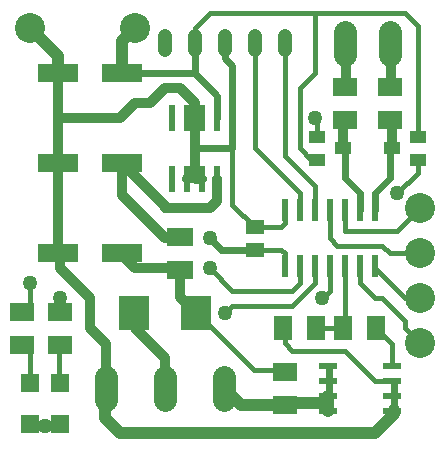
<source format=gtl>
G75*
%MOIN*%
%OFA0B0*%
%FSLAX25Y25*%
%IPPOS*%
%LPD*%
%AMOC8*
5,1,8,0,0,1.08239X$1,22.5*
%
%ADD10R,0.13780X0.06299*%
%ADD11R,0.05906X0.05118*%
%ADD12R,0.09843X0.11811*%
%ADD13R,0.05512X0.03937*%
%ADD14R,0.02362X0.08661*%
%ADD15R,0.08661X0.06299*%
%ADD16R,0.05906X0.05906*%
%ADD17R,0.06000X0.02400*%
%ADD18R,0.06299X0.07874*%
%ADD19R,0.07874X0.06299*%
%ADD20C,0.04800*%
%ADD21C,0.07800*%
%ADD22C,0.10000*%
%ADD23R,0.02200X0.07800*%
%ADD24C,0.03200*%
%ADD25C,0.01000*%
%ADD26C,0.02400*%
%ADD27C,0.01600*%
%ADD28C,0.04000*%
%ADD29C,0.05000*%
D10*
X0021170Y0066800D03*
X0042430Y0066800D03*
X0042430Y0096800D03*
X0021170Y0096800D03*
X0021170Y0126800D03*
X0042430Y0126800D03*
D11*
X0086800Y0075540D03*
X0086800Y0068060D03*
D12*
X0067135Y0046800D03*
X0046465Y0046800D03*
D13*
X0107469Y0098060D03*
X0107469Y0105540D03*
X0116131Y0101800D03*
X0132469Y0101800D03*
X0141131Y0098060D03*
X0141131Y0105540D03*
D14*
X0074300Y0112036D03*
X0069300Y0112036D03*
X0064300Y0112036D03*
X0059300Y0112036D03*
X0059300Y0091564D03*
X0064300Y0091564D03*
X0069300Y0091564D03*
X0074300Y0091564D03*
D15*
X0061800Y0072312D03*
X0061800Y0061288D03*
D16*
X0021800Y0023690D03*
X0011800Y0023690D03*
X0011800Y0009910D03*
X0021800Y0009910D03*
D17*
X0111000Y0014300D03*
X0111000Y0019300D03*
X0111000Y0024300D03*
X0111000Y0029300D03*
X0132600Y0029300D03*
X0132600Y0024300D03*
X0132600Y0019300D03*
X0132600Y0014300D03*
D18*
X0127312Y0041800D03*
X0116288Y0041800D03*
X0107312Y0041800D03*
X0096288Y0041800D03*
D19*
X0096800Y0027312D03*
X0096800Y0016288D03*
X0021800Y0036288D03*
X0021800Y0047312D03*
X0009300Y0047312D03*
X0009300Y0036288D03*
X0116800Y0111288D03*
X0116800Y0122312D03*
X0131800Y0122312D03*
X0131800Y0111288D03*
D20*
X0096800Y0134400D02*
X0096800Y0139200D01*
X0086800Y0139200D02*
X0086800Y0134400D01*
X0076800Y0134400D02*
X0076800Y0139200D01*
X0066800Y0139200D02*
X0066800Y0134400D01*
X0056800Y0134400D02*
X0056800Y0139200D01*
D21*
X0116800Y0140700D02*
X0116800Y0132900D01*
X0131800Y0132900D02*
X0131800Y0140700D01*
X0076500Y0025700D02*
X0076500Y0017900D01*
X0056800Y0017900D02*
X0056800Y0025700D01*
X0037100Y0025700D02*
X0037100Y0017900D01*
D22*
X0141800Y0036800D03*
X0141800Y0051800D03*
X0141800Y0066800D03*
X0141800Y0081800D03*
X0046800Y0141800D03*
X0011800Y0141800D03*
D23*
X0096800Y0081100D03*
X0101800Y0081100D03*
X0106800Y0081100D03*
X0111800Y0081100D03*
X0116800Y0081100D03*
X0121800Y0081100D03*
X0126800Y0081100D03*
X0126800Y0062500D03*
X0121800Y0062500D03*
X0116800Y0062500D03*
X0111800Y0062500D03*
X0106800Y0062500D03*
X0101800Y0062500D03*
X0096800Y0062500D03*
D24*
X0074300Y0084300D02*
X0071800Y0081800D01*
X0056800Y0081800D01*
X0056800Y0082430D01*
X0042430Y0096800D01*
X0042430Y0086170D01*
X0056800Y0071800D01*
X0061288Y0071800D01*
X0061800Y0072312D01*
X0061288Y0061800D02*
X0046800Y0061800D01*
X0042430Y0066170D01*
X0042430Y0066800D01*
X0031800Y0051800D02*
X0021800Y0061800D01*
X0021800Y0066170D01*
X0021170Y0066800D01*
X0021170Y0096800D01*
X0021170Y0111170D01*
X0021800Y0111800D01*
X0041800Y0111800D01*
X0046800Y0116800D01*
X0051800Y0116800D01*
X0056800Y0121800D01*
X0061800Y0121800D01*
X0066800Y0116800D01*
X0066800Y0112500D01*
X0066800Y0101800D01*
X0066800Y0091800D01*
X0067036Y0091564D01*
X0069300Y0091564D01*
X0066800Y0091800D02*
X0064536Y0091800D01*
X0064300Y0091564D01*
X0074300Y0091564D02*
X0074300Y0084300D01*
X0061288Y0061800D02*
X0061800Y0061288D01*
X0061800Y0052135D01*
X0067135Y0046800D01*
X0056800Y0031800D02*
X0046800Y0041800D01*
X0046800Y0046465D01*
X0046465Y0046800D01*
X0037100Y0036500D02*
X0031800Y0041800D01*
X0031800Y0051800D01*
X0037100Y0036500D02*
X0037100Y0021800D01*
X0056800Y0021800D02*
X0056800Y0031800D01*
X0116131Y0101800D02*
X0116131Y0110619D01*
X0117000Y0122400D02*
X0117000Y0136800D01*
X0132300Y0136800D02*
X0132300Y0122400D01*
X0132469Y0110619D02*
X0132469Y0101800D01*
X0021170Y0111170D02*
X0021170Y0126800D01*
D25*
X0011700Y0010800D02*
X0011800Y0009910D01*
X0021800Y0009910D02*
X0022500Y0010800D01*
X0021800Y0023690D02*
X0021600Y0024300D01*
X0011800Y0023690D02*
X0011700Y0024300D01*
X0011700Y0036000D02*
X0009300Y0036288D01*
X0021600Y0036000D02*
X0021800Y0036288D01*
X0021600Y0066600D02*
X0021170Y0066800D01*
X0063900Y0090900D02*
X0064300Y0091564D01*
X0064800Y0091800D01*
X0069300Y0091800D02*
X0069300Y0091564D01*
X0086800Y0075540D02*
X0086400Y0074700D01*
X0096800Y0062500D02*
X0097200Y0062100D01*
X0097200Y0059400D01*
X0111000Y0029300D02*
X0111600Y0028800D01*
X0111600Y0024300D02*
X0111000Y0024300D01*
X0111600Y0019800D02*
X0111000Y0019300D01*
X0096800Y0027312D02*
X0096300Y0027900D01*
X0132600Y0024300D02*
X0133200Y0024300D01*
X0133200Y0019800D02*
X0132600Y0019300D01*
X0133200Y0018900D01*
X0133200Y0014400D02*
X0132600Y0014300D01*
X0132300Y0110700D02*
X0131800Y0111288D01*
X0131800Y0122312D02*
X0132300Y0122400D01*
X0132300Y0136800D02*
X0131800Y0136800D01*
X0117000Y0136800D02*
X0116800Y0136800D01*
X0117000Y0122400D02*
X0116800Y0122312D01*
X0074300Y0112036D02*
X0073800Y0112500D01*
X0069300Y0112500D02*
X0069300Y0112036D01*
X0069300Y0112500D02*
X0066800Y0112500D01*
X0064800Y0112500D01*
X0064300Y0112036D01*
X0066600Y0136800D02*
X0066800Y0136800D01*
D26*
X0066800Y0126800D01*
X0074300Y0119300D01*
X0074300Y0112036D01*
X0079300Y0101800D02*
X0066800Y0101800D01*
X0079300Y0101800D02*
X0079300Y0129300D01*
X0076800Y0131800D01*
X0076800Y0136800D01*
X0066800Y0126800D02*
X0042430Y0126800D01*
X0071800Y0071800D02*
X0075540Y0068060D01*
X0086800Y0068060D01*
X0116800Y0091800D02*
X0116800Y0101131D01*
X0116800Y0091800D02*
X0121800Y0086800D01*
X0121800Y0081100D01*
X0126800Y0081100D02*
X0126800Y0086800D01*
X0131800Y0091800D01*
X0131800Y0101131D01*
X0111600Y0028800D02*
X0111600Y0024300D01*
X0111600Y0019800D01*
X0133200Y0019800D02*
X0133200Y0024300D01*
X0133200Y0018900D02*
X0133200Y0014400D01*
D27*
X0132600Y0024300D02*
X0126800Y0024300D01*
X0116800Y0034300D01*
X0099300Y0034300D01*
X0096800Y0036800D01*
X0096800Y0041288D01*
X0096288Y0041800D01*
X0099300Y0049300D02*
X0079300Y0049300D01*
X0076800Y0046800D01*
X0079300Y0054300D02*
X0071800Y0061800D01*
X0079300Y0054300D02*
X0099300Y0054300D01*
X0101800Y0056800D01*
X0101800Y0062500D01*
X0096800Y0062500D02*
X0096800Y0066800D01*
X0095540Y0068060D01*
X0086800Y0068060D01*
X0086800Y0075540D02*
X0095540Y0075540D01*
X0096800Y0076800D01*
X0096800Y0081100D01*
X0101800Y0081100D02*
X0101800Y0086800D01*
X0086800Y0101800D01*
X0086800Y0136800D01*
X0096800Y0136800D02*
X0096800Y0099300D01*
X0106800Y0089300D01*
X0106800Y0081100D01*
X0111800Y0081100D02*
X0111800Y0071800D01*
X0114300Y0069300D01*
X0129300Y0069300D01*
X0131800Y0066800D01*
X0141800Y0066800D01*
X0134300Y0074300D02*
X0141800Y0081800D01*
X0134300Y0086800D02*
X0141131Y0093631D01*
X0141131Y0098060D01*
X0141131Y0105540D02*
X0141131Y0142469D01*
X0136800Y0146800D01*
X0106800Y0146800D01*
X0106800Y0126800D01*
X0101800Y0121800D01*
X0101800Y0101800D01*
X0105540Y0098060D01*
X0107469Y0098060D01*
X0107469Y0105540D02*
X0107469Y0111131D01*
X0106800Y0111800D01*
X0116131Y0110619D02*
X0116800Y0111288D01*
X0116131Y0101800D02*
X0116800Y0101131D01*
X0131800Y0101131D02*
X0132469Y0101800D01*
X0132469Y0110619D02*
X0131800Y0111288D01*
X0116800Y0081100D02*
X0116800Y0074300D01*
X0134300Y0074300D01*
X0126800Y0062500D02*
X0126800Y0061800D01*
X0136800Y0051800D01*
X0141800Y0051800D01*
X0136800Y0044300D02*
X0136800Y0041800D01*
X0141800Y0036800D01*
X0136800Y0044300D02*
X0129300Y0051800D01*
X0126800Y0051800D01*
X0121800Y0056800D01*
X0121800Y0062500D01*
X0116800Y0062500D02*
X0116800Y0041800D01*
X0116288Y0041800D01*
X0107312Y0041800D01*
X0099300Y0049300D02*
X0106800Y0056800D01*
X0106800Y0062500D01*
X0111800Y0062500D02*
X0111800Y0054300D01*
X0109300Y0051800D01*
X0127312Y0041800D02*
X0132600Y0036512D01*
X0132600Y0029300D01*
X0096300Y0027900D02*
X0086400Y0027900D01*
X0067500Y0046800D01*
X0086800Y0075540D02*
X0079300Y0083040D01*
X0079300Y0101800D01*
X0066800Y0136800D02*
X0066800Y0141800D01*
X0071800Y0146800D01*
X0106800Y0146800D01*
X0021800Y0051800D02*
X0021800Y0047312D01*
X0011800Y0049812D02*
X0011800Y0056800D01*
X0011800Y0049812D02*
X0009300Y0047312D01*
X0011700Y0036000D02*
X0011700Y0024300D01*
X0021600Y0024300D02*
X0021600Y0036000D01*
X0011700Y0011700D02*
X0011700Y0010800D01*
X0011800Y0009910D02*
X0016190Y0009910D01*
X0016800Y0009300D01*
X0017410Y0009910D01*
X0021800Y0009910D01*
D28*
X0036800Y0011800D02*
X0036800Y0021500D01*
X0037100Y0021800D01*
X0036800Y0011800D02*
X0041800Y0006800D01*
X0126800Y0006800D01*
X0133200Y0013200D01*
X0133200Y0014400D01*
X0111000Y0014300D02*
X0111000Y0016800D01*
X0097312Y0016800D01*
X0096800Y0016288D01*
X0082012Y0016288D01*
X0076500Y0021800D01*
X0111000Y0019300D02*
X0111000Y0016800D01*
X0042430Y0126800D02*
X0042430Y0137430D01*
X0046800Y0141800D01*
X0021170Y0132430D02*
X0021170Y0126800D01*
X0021170Y0132430D02*
X0011800Y0141800D01*
D29*
X0071800Y0071800D03*
X0071800Y0061800D03*
X0076800Y0046800D03*
X0109300Y0051800D03*
X0134300Y0086800D03*
X0106800Y0111800D03*
X0021800Y0051800D03*
X0011800Y0056800D03*
X0016800Y0009300D03*
M02*

</source>
